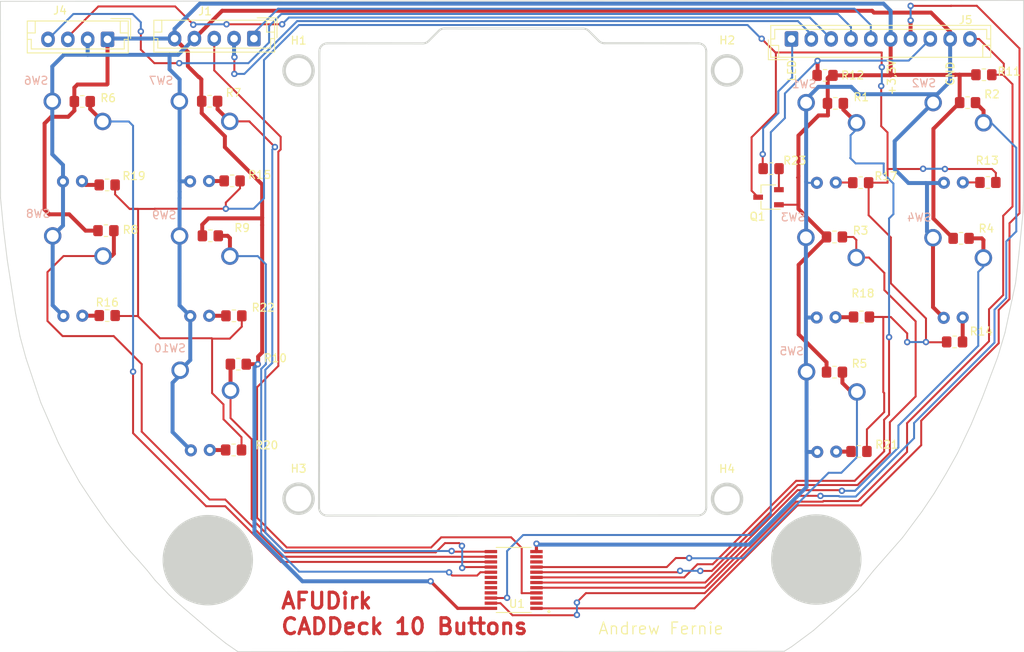
<source format=kicad_pcb>
(kicad_pcb (version 20221018) (generator pcbnew)
  (layers (0 "F.Cu" signal) (31 "B.Cu" signal) (34 "B.Paste" user) (35 "F.Paste" user) (36 "B.SilkS" user "B.Silkscreen") (37 "F.SilkS" user "F.Silkscreen") (38 "B.Mask" user) (39 "F.Mask" user) (44 "Edge.Cuts" user))
  (net 0 "")
  (net 1 "+3.3V")
  (net 2 "GND")
  (net 3 "Net-(J1-Pin_1)")
  (net 4 "Net-(J1-Pin_2)")
  (net 5 "Net-(J1-Pin_3)")
  (net 6 "Net-(J4-Pin_3)")
  (net 7 "Net-(J4-Pin_4)")
  (net 8 "Net-(SW8-Anode_+)")
  (net 9 "Net-(J5-Pin_7)")
  (net 10 "Net-(J5-Pin_8)")
  (net 11 "Net-(J5-Pin_10)")
  (net 12 "Net-(U1-P01)")
  (net 13 "Net-(U1-P03)")
  (net 14 "Net-(U1-P02)")
  (net 15 "Net-(U1-P04)")
  (net 16 "Net-(U1-P05)")
  (net 17 "Net-(U1-P10)")
  (net 18 "Net-(U1-P12)")
  (net 19 "Net-(U1-P14)")
  (net 20 "Net-(U1-P11)")
  (net 21 "Net-(U1-P13)")
  (net 30 "Net-(J5-Pin_1)")
  (net 31 "Net-(SW5-Anode_+)")
  (net 32 "Net-(SW10-Anode_+)")
  (net 33 "Net-(SW2-Anode_+)")
  (net 34 "Net-(SW4-Anode_+)")
  (net 35 "Net-(SW1-Anode_+)")
  (net 36 "Net-(SW3-Anode_+)")
  (net 37 "Net-(SW6-Anode_+)")
  (net 38 "Net-(SW9-Anode_+)")
  (net 39 "Net-(SW7-Anode_+)")
  (net 40 "Net-(Q1-B)")
  (net 41 "Net-(Q1-C)")
  (footprint "Resistor_SMD:R_0805_2012Metric_Pad1.20x1.40mm_HandSolder" (layer "F.Cu") (at 100.7 85.66)
    (fp_text reference "R8")
    (fp_text value "10k")
  )
  (footprint "MountingHole:MountingHole_3.2mm_M3_DIN965" (layer "F.Cu") (at 124.979 119.452)
    (fp_text reference "H3")
    (fp_text value "Bohrung Joy")
  )
  (footprint "Resistor_SMD:R_0805_2012Metric_Pad1.20x1.40mm_HandSolder" (layer "F.Cu") (at 192.522 103.49)
    (fp_text reference "R5")
    (fp_text value "10k")
  )
  (footprint "Resistor_SMD:R_0805_2012Metric_Pad1.20x1.40mm_HandSolder" (layer "F.Cu") (at 192.518 86.455)
    (fp_text reference "R3")
    (fp_text value "10k")
  )
  (footprint "Resistor_SMD:R_0805_2012Metric_Pad1.20x1.40mm_HandSolder" (layer "F.Cu") (at 208.478 86.629)
    (fp_text reference "R4")
    (fp_text value "10k")
  )
  (footprint "Resistor_SMD:R_0805_2012Metric_Pad1.20x1.40mm_HandSolder" (layer "F.Cu") (at 191.33 66.09 180)
    (fp_text reference "R12")
    (fp_text value "10k")
  )
  (footprint "Resistor_SMD:R_0805_2012Metric_Pad1.20x1.40mm_HandSolder" (layer "F.Cu") (at 195.925 96.539)
    (fp_text reference "R18")
    (fp_text value "100")
  )
  (footprint "Resistor_SMD:R_0805_2012Metric_Pad1.20x1.40mm_HandSolder" (layer "F.Cu") (at 211.858 79.586)
    (fp_text reference "R13")
    (fp_text value "100")
  )
  (footprint "Resistor_SMD:R_0805_2012Metric_Pad1.20x1.40mm_HandSolder" (layer "F.Cu") (at 209.298 69.522)
    (fp_text reference "R2")
    (fp_text value "10k")
  )
  (footprint "Resistor_SMD:R_0805_2012Metric_Pad1.20x1.40mm_HandSolder" (layer "F.Cu") (at 100.857 79.896)
    (fp_text reference "R19")
    (fp_text value "100")
  )
  (footprint "Resistor_SMD:R_0805_2012Metric_Pad1.20x1.40mm_HandSolder" (layer "F.Cu") (at 207.66 99.684 180)
    (fp_text reference "R14")
    (fp_text value "100")
  )
  (footprint "Resistor_SMD:R_0805_2012Metric_Pad1.20x1.40mm_HandSolder" (layer "F.Cu") (at 195.825 79.614)
    (fp_text reference "R17")
    (fp_text value "100")
  )
  (footprint "MountingHole:MountingHole_3.2mm_M3_DIN965" (layer "F.Cu") (at 178.998 65.465)
    (fp_text reference "H2")
    (fp_text value "Bohrung Joy")
  )
  (footprint "Resistor_SMD:R_0805_2012Metric_Pad1.20x1.40mm_HandSolder" (layer "F.Cu") (at 117.387 102.489 180)
    (fp_text reference "R10")
    (fp_text value "10k")
  )
  (footprint "Resistor_SMD:R_0805_2012Metric_Pad1.20x1.40mm_HandSolder" (layer "F.Cu") (at 113.774 69.351)
    (fp_text reference "R7")
    (fp_text value "10k")
  )
  (footprint "Resistor_SMD:R_0805_2012Metric_Pad1.20x1.40mm_HandSolder" (layer "F.Cu") (at 97.72 69.379)
    (fp_text reference "R6")
    (fp_text value "10k")
  )
  (footprint "PCF8575:SOP65P640X120-24N" (layer "F.Cu") (at 152.09 129.685 180)
    (fp_text reference "U1")
    (fp_text value "PCF8575PWE4")
  )
  (footprint "Connector_JST:JST_EH_B5B-EH-A_1x05_P2.50mm_Vertical" (layer "F.Cu") (at 119.35 61.45 180)
    (fp_text reference "J1")
    (fp_text value "Conn_01x05_Socket" hide)
  )
  (footprint "MountingHole:MountingHole_3.2mm_M3_DIN965" (layer "F.Cu") (at 124.982 65.494)
    (fp_text reference "H1")
    (fp_text value "Bohrung Joy")
  )
  (footprint "Connector_JST:JST_EH_B4B-EH-A_1x04_P2.50mm_Vertical" (layer "F.Cu") (at 100.9 61.55 180)
    (fp_text reference "J4")
    (fp_text value "Conn_01x04_Socket" hide)
  )
  (footprint "Resistor_SMD:R_0805_2012Metric_Pad1.20x1.40mm_HandSolder" (layer "F.Cu") (at 116.827 96.394)
    (fp_text reference "R22")
    (fp_text value "100")
  )
  (footprint "Resistor_SMD:R_0805_2012Metric_Pad1.20x1.40mm_HandSolder" (layer "F.Cu") (at 184.532 77.846)
    (fp_text reference "R23")
    (fp_text value "1k")
  )
  (footprint "Resistor_SMD:R_0805_2012Metric_Pad1.20x1.40mm_HandSolder" (layer "F.Cu") (at 116.605 79.386)
    (fp_text reference "R15")
    (fp_text value "100")
  )
  (footprint "Resistor_SMD:R_0805_2012Metric_Pad1.20x1.40mm_HandSolder" (layer "F.Cu") (at 195.61 113.49)
    (fp_text reference "R21")
    (fp_text value "100")
  )
  (footprint "Resistor_SMD:R_0805_2012Metric_Pad1.20x1.40mm_HandSolder" (layer "F.Cu") (at 192.638 69.621)
    (fp_text reference "R1")
    (fp_text value "10k")
  )
  (footprint "MountingHole:MountingHole_3.2mm_M3_DIN965" (layer "F.Cu") (at 178.978 119.484)
    (fp_text reference "H4")
    (fp_text value "Bohrung Joy")
  )
  (footprint "Connector_JST:JST_EH_B10B-EH-A_1x10_P2.50mm_Vertical" (layer "F.Cu") (at 187.1 61.5)
    (fp_text reference "J5")
    (fp_text value "Conn_01x10_Socket" hide)
  )
  (footprint "Resistor_SMD:R_0805_2012Metric_Pad1.20x1.40mm_HandSolder" (layer "F.Cu") (at 116.79 113.3)
    (fp_text reference "R20")
    (fp_text value "100")
  )
  (footprint "Package_TO_SOT_SMD:TSOT-23" (layer "F.Cu") (at 184.207 81.444 180)
    (fp_text reference "Q1")
    (fp_text value "2N2222")
  )
  (footprint "Resistor_SMD:R_0805_2012Metric_Pad1.20x1.40mm_HandSolder" (layer "F.Cu") (at 100.864 96.361)
    (fp_text reference "R16")
    (fp_text value "100")
  )
  (footprint "Resistor_SMD:R_0805_2012Metric_Pad1.20x1.40mm_HandSolder" (layer "F.Cu") (at 113.861 86.311)
    (fp_text reference "R9")
    (fp_text value "10k")
  )
  (footprint "Resistor_SMD:R_0805_2012Metric_Pad1.20x1.40mm_HandSolder" (layer "F.Cu") (at 211.35 66.01)
    (fp_text reference "R11")
    (fp_text value "10k")
  )
  (footprint "Cherry_MX_LED:Cherry_MX_LED" (layer "B.Cu") (at 109.956 69.347 180)
    (fp_text reference "SW7")
    (fp_text value "SW_Push")
  )
  (footprint "Cherry_MX_LED:Cherry_MX_LED" (layer "B.Cu") (at 204.96 69.52 180)
    (fp_text reference "SW2")
    (fp_text value "SW_Push")
  )
  (footprint "Cherry_MX_LED:Cherry_MX_LED" (layer "B.Cu") (at 109.98 86.33 180)
    (fp_text reference "SW9")
    (fp_text value "SW_Push")
  )
  (footprint "Cherry_MX_LED:Cherry_MX_LED" (layer "B.Cu") (at 93.94 69.36 180)
    (fp_text reference "SW6")
    (fp_text value "SW_Push")
  )
  (footprint "Cherry_MX_LED:Cherry_MX_LED" (layer "B.Cu") (at 204.94 86.55 180)
    (fp_text reference "SW4")
    (fp_text value "SW_Push")
  )
  (footprint "Cherry_MX_LED:Cherry_MX_LED" (layer "B.Cu") (at 189.003 103.45 180)
    (fp_text reference "SW5")
    (fp_text value "SW_Push")
  )
  (footprint "Cherry_MX_LED:Cherry_MX_LED" (layer "B.Cu") (at 110.055 103.249 180)
    (fp_text reference "SW10")
    (fp_text value "SW_Push")
  )
  (footprint "Cherry_MX_LED:Cherry_MX_LED" (layer "B.Cu") (at 188.92 86.51 180)
    (fp_text reference "SW3")
    (fp_text value "SW_Push")
  )
  (footprint "Cherry_MX_LED:Cherry_MX_LED" (layer "B.Cu") (at 188.95 69.53 180)
    (fp_text reference "SW1")
    (fp_text value "SW_Push")
  )
  (footprint "Cherry_MX_LED:Cherry_MX_LED" (layer "B.Cu") (at 93.99 86.32 180)
    (fp_text reference "SW8")
    (fp_text value "SW_Push")
  )
  (gr_line (start 106.92 129.75) (end 108.7 131.6) (stroke (width 0.1)) (layer "Edge.Cuts"))
  (gr_line (start 209.75 110.08) (end 210.43 108.44) (stroke (width 0.1)) (layer "Edge.Cuts"))
  (gr_line (start 87.79 85.43) (end 88.27 89.39) (stroke (width 0.1)) (layer "Edge.Cuts"))
  (gr_line (start 127.599328 63.05007) (end 127.560673 120.568918) (stroke (width 0.25)) (layer "Edge.Cuts"))
  (gr_line (start 197.42 128.54) (end 195.51 130.93) (stroke (width 0.1)) (layer "Edge.Cuts"))
  (gr_line (start 162.817419 61.747419) (end 161.55244 60.48244) (stroke (width 0.25)) (layer "Edge.Cuts"))
  (gr_line (start 214.61 95.72) (end 215.34 92.29) (stroke (width 0.1)) (layer "Edge.Cuts"))
  (gr_circle (center 190.228 127.109) (end 195.728 127.109) (stroke (width 0.4)) (fill solid) (layer "Edge.Cuts"))
  (gr_circle (center 178.98 65.46) (end 180.98 65.46) (stroke (width 0.1)) (fill solid) (layer "Edge.Cuts"))
  (gr_line (start 142.666654 60.463346) (end 141.363201 61.766799) (stroke (width 0.25)) (layer "Edge.Cuts"))
  (gr_arc (start 128.561083 121.56959) (mid 127.853474 121.276604) (end 127.560673 120.568918) (stroke (width 0.25)) (layer "Edge.Cuts"))
  (gr_line (start 212.58 102.96) (end 213.09 101.605) (stroke (width 0.1)) (layer "Edge.Cuts"))
  (gr_line (start 201.11 124.33) (end 203.53 121.08) (stroke (width 0.1)) (layer "Edge.Cuts"))
  (gr_line (start 215.73 88.94) (end 216.29 83.31) (stroke (width 0.1)) (layer "Edge.Cuts"))
  (gr_line (start 112.26 134.72) (end 114.02 136.24) (stroke (width 0.1)) (layer "Edge.Cuts"))
  (gr_line (start 210.43 108.44) (end 211.12 106.8) (stroke (width 0.1)) (layer "Edge.Cuts"))
  (gr_line (start 92.49 107.33) (end 94.71 112.41) (stroke (width 0.1)) (layer "Edge.Cuts"))
  (gr_line (start 89.31 96.07) (end 89.88 99.01) (stroke (width 0.1)) (layer "Edge.Cuts"))
  (gr_circle (center 124.98 65.473852) (end 126.98 65.473852) (stroke (width 0.1)) (fill solid) (layer "Edge.Cuts"))
  (gr_line (start 216.36 56.64) (end 87.4 56.76) (stroke (width 0.1)) (layer "Edge.Cuts"))
  (gr_line (start 206.6 116.26) (end 208.03 113.7) (stroke (width 0.1)) (layer "Edge.Cuts"))
  (gr_arc (start 175.360755 62.049246) (mid 176.067358 62.342409) (end 176.36 63.049246) (stroke (width 0.25)) (layer "Edge.Cuts"))
  (gr_line (start 87.4 56.76) (end 87.42 81.54) (stroke (width 0.1)) (layer "Edge.Cuts"))
  (gr_line (start 105.92 128.5) (end 106.92 129.75) (stroke (width 0.1)) (layer "Edge.Cuts"))
  (gr_line (start 87.42 81.54) (end 87.79 85.43) (stroke (width 0.1)) (layer "Edge.Cuts"))
  (gr_line (start 108.7 131.6) (end 110.54 133.25) (stroke (width 0.1)) (layer "Edge.Cuts"))
  (gr_line (start 115.81 137.67) (end 117.2 138.63) (stroke (width 0.1)) (layer "Edge.Cuts"))
  (gr_line (start 117.34 138.72) (end 186.19 138.67) (stroke (width 0.1)) (layer "Edge.Cuts"))
  (gr_line (start 94.71 112.41) (end 95.82 114.57) (stroke (width 0.1)) (layer "Edge.Cuts"))
  (gr_line (start 192.32 133.88) (end 189.86 136.06) (stroke (width 0.1)) (layer "Edge.Cuts"))
  (gr_line (start 215.34 92.29) (end 215.73 88.94) (stroke (width 0.1)) (layer "Edge.Cuts"))
  (gr_line (start 98.75 119.43) (end 100.77 122.35) (stroke (width 0.1)) (layer "Edge.Cuts"))
  (gr_circle (center 124.98 119.443852) (end 126.98 119.443852) (stroke (width 0.1)) (fill solid) (layer "Edge.Cuts"))
  (gr_line (start 90.62 101.73) (end 92.49 107.33) (stroke (width 0.1)) (layer "Edge.Cuts"))
  (gr_line (start 140.655352 62.059692) (end 128.60007 62.050742) (stroke (width 0.25)) (layer "Edge.Cuts"))
  (gr_line (start 216.36 81.22) (end 216.36 56.64) (stroke (width 0.1)) (layer "Edge.Cuts"))
  (gr_line (start 100.77 122.35) (end 102.9 125.04) (stroke (width 0.1)) (layer "Edge.Cuts"))
  (gr_line (start 214.01 98.52) (end 213.09 101.605) (stroke (width 0.1)) (layer "Edge.Cuts"))
  (gr_line (start 97.37 117.34) (end 98.75 119.43) (stroke (width 0.1)) (layer "Edge.Cuts"))
  (gr_line (start 214.01 98.52) (end 214.61 95.72) (stroke (width 0.1)) (layer "Edge.Cuts"))
  (gr_line (start 216.29 83.31) (end 216.36 81.22) (stroke (width 0.1)) (layer "Edge.Cuts"))
  (gr_line (start 195.51 130.93) (end 192.32 133.88) (stroke (width 0.1)) (layer "Edge.Cuts"))
  (gr_line (start 110.54 133.25) (end 112.26 134.72) (stroke (width 0.1)) (layer "Edge.Cuts"))
  (gr_line (start 89.88 99.01) (end 90.62 101.73) (stroke (width 0.1)) (layer "Edge.Cuts"))
  (gr_line (start 197.42 128.54) (end 201.11 124.33) (stroke (width 0.1)) (layer "Edge.Cuts"))
  (gr_line (start 128.561083 121.56959) (end 175.36041 121.55041) (stroke (width 0.25)) (layer "Edge.Cuts"))
  (gr_line (start 95.82 114.57) (end 97.37 117.34) (stroke (width 0.1)) (layer "Edge.Cuts"))
  (gr_arc (start 127.599328 63.05007) (mid 127.892708 62.343118) (end 128.60007 62.050742) (stroke (width 0.25)) (layer "Edge.Cuts"))
  (gr_arc (start 160.846427 60.189548) (mid 161.228512 60.265891) (end 161.55244 60.48244) (stroke (width 0.25)) (layer "Edge.Cuts"))
  (gr_line (start 208.03 113.7) (end 209.75 110.08) (stroke (width 0.1)) (layer "Edge.Cuts"))
  (gr_circle (center 113.54 127.19) (end 119.04 127.19) (stroke (width 0.4)) (fill solid) (layer "Edge.Cuts"))
  (gr_arc (start 163.523771 62.040312) (mid 163.141488 61.964056) (end 162.817419 61.747419) (stroke (width 0.25)) (layer "Edge.Cuts"))
  (gr_arc (start 176.36 120.55041) (mid 176.067252 121.257372) (end 175.36041 121.55041) (stroke (width 0.25)) (layer "Edge.Cuts"))
  (gr_line (start 211.12 106.8) (end 212.58 102.96) (stroke (width 0.1)) (layer "Edge.Cuts"))
  (gr_line (start 203.53 121.08) (end 205.06 118.81) (stroke (width 0.1)) (layer "Edge.Cuts"))
  (gr_line (start 205.06 118.81) (end 206.6 116.26) (stroke (width 0.1)) (layer "Edge.Cuts"))
  (gr_line (start 104.83 127.25) (end 105.92 128.5) (stroke (width 0.1)) (layer "Edge.Cuts"))
  (gr_line (start 103.8 126.12) (end 104.83 127.25) (stroke (width 0.1)) (layer "Edge.Cuts"))
  (gr_line (start 176.36 120.55041) (end 176.36 63.049246) (stroke (width 0.25)) (layer "Edge.Cuts"))
  (gr_line (start 175.360755 62.049246) (end 163.523771 62.040312) (stroke (width 0.25)) (layer "Edge.Cuts"))
  (gr_line (start 117.2 138.63) (end 117.34 138.72) (stroke (width 0.1)) (layer "Edge.Cuts"))
  (gr_arc (start 141.363201 61.766799) (mid 141.038435 61.983714) (end 140.655352 62.059692) (stroke (width 0.25)) (layer "Edge.Cuts"))
  (gr_line (start 160.846427 60.189548) (end 143.374854 60.170453) (stroke (width 0.25)) (layer "Edge.Cuts"))
  (gr_line (start 114.02 136.24) (end 115.81 137.67) (stroke (width 0.1)) (layer "Edge.Cuts"))
  (gr_line (start 88.27 89.39) (end 89.31 96.07) (stroke (width 0.1)) (layer "Edge.Cuts"))
  (gr_circle (center 178.98 119.463852) (end 180.98 119.463852) (stroke (width 0.1)) (fill solid) (layer "Edge.Cuts"))
  (gr_line (start 102.9 125.04) (end 103.8 126.12) (stroke (width 0.1)) (layer "Edge.Cuts"))
  (gr_line (start 187.11 138.1) (end 186.19 138.67) (stroke (width 0.1)) (layer "Edge.Cuts"))
  (gr_line (start 189.86 136.06) (end 187.11 138.1) (stroke (width 0.1)) (layer "Edge.Cuts"))
  (gr_arc (start 142.666654 60.463346) (mid 142.991582 60.246364) (end 143.374854 60.170453) (stroke (width 0.25)) (layer "Edge.Cuts"))
  (gr_text "AFUDirk\nCADDeck 10 Buttons" (at 122.58 136.713) (layer "F.Cu") (effects (font (size 2 2) (thickness 0.4) bold) (justify left bottom)))
  (gr_text "Andrew Fernie" (at 162.665 136.672) (layer "F.SilkS") (effects (font (size 1.5 1.5)) (justify left bottom)))
  (gr_text "LED" (at 187.734 66.936 90) (layer "F.SilkS") (effects (font (size 1 1)) (justify left bottom)))
  (gr_text "+3,3V" (at 200.309 68.698 90) (layer "F.SilkS") (effects (font (size 1 1)) (justify left bottom)))
  (gr_text "GND" (at 207.704 67.496 90) (layer "F.SilkS") (effects (font (size 1 1)) (justify left bottom)))
  (segment (start 119.885 102.442) (end 119.885 101.665) (width 0.5) (layer "F.Cu") (net 1))
  (segment (start 208.274 66.01) (end 210.35 66.01) (width 0.5) (layer "F.Cu") (net 1))
  (segment (start 93.81 71.31) (end 95.947 71.31) (width 0.5) (layer "F.Cu") (net 1))
  (segment (start 120.391 84.026) (end 120.307 84.11) (width 0.5) (layer "F.Cu") (net 1))
  (segment (start 111.025 64.850305) (end 111.025 64.935) (width 0.25) (layer "F.Cu") (net 1))
  (segment (start 187.98 82.917) (end 187.98 82.384) (width 0.5) (layer "F.Cu") (net 1))
  (segment (start 112.84 84.9) (end 112.84 86.29) (width 0.5) (layer "F.Cu") (net 1))
  (segment (start 199.6 66.073) (end 199.604 66.077) (width 0.5) (layer "F.Cu") (net 1))
  (segment (start 113.63 84.11) (end 112.84 84.9) (width 0.5) (layer "F.Cu") (net 1))
  (segment (start 112.43 66.29) (end 112.724 66.584) (width 0.5) (layer "F.Cu") (net 1))
  (segment (start 120.391 79.841) (end 115.692 75.142) (width 0.5) (layer "F.Cu") (net 1))
  (segment (start 187.98 82.384) (end 187.98 78.786) (width 0.5) (layer "F.Cu") (net 1))
  (segment (start 119.873 101.523) (end 120.391 101.005) (width 0.5) (layer "F.Cu") (net 1))
  (segment (start 92.97 72.15) (end 93.81 71.31) (width 0.5) (layer "F.Cu") (net 1))
  (segment (start 192.33 66.09) (end 195.01 66.09) (width 0.5) (layer "F.Cu") (net 1))
  (segment (start 145.03 133.26) (end 148.432389 133.26) (width 0.4) (layer "F.Cu") (net 1))
  (segment (start 111.025 64.935) (end 112.38 66.29) (width 0.5) (layer "F.Cu") (net 1))
  (segment (start 207.74 66.01) (end 208.274 66.01) (width 0.5) (layer "F.Cu") (net 1))
  (segment (start 100.83 67.24) (end 97.113 67.24) (width 0.5) (layer "F.Cu") (net 1))
  (segment (start 96.07 83.6) (end 93.57 83.6) (width 0.5) (layer "F.Cu") (net 1))
  (segment (start 192.33 66.09) (end 192.002 66.09) (width 0.5) (layer "F.Cu") (net 1))
  (segment (start 199.6 61.5) (end 199.6 66.073) (width 0.5) (layer "F.Cu") (net 1))
  (segment (start 199.6 66.073) (end 195.027 66.073) (width 0.5) (layer "F.Cu") (net 1))
  (segment (start 112.724 69.301) (end 112.774 69.351) (width 0.5) (layer "F.Cu") (net 1))
  (segment (start 195.027 66.073) (end 195.02 66.08) (width 0.5) (layer "F.Cu") (net 1))
  (segment (start 115.692 75.142) (end 115.692 73.772) (width 0.5) (layer "F.Cu") (net 1))
  (segment (start 112.724 66.584) (end 112.724 69.301) (width 0.5) (layer "F.Cu") (net 1))
  (segment (start 93.57 83.6) (end 92.97 83) (width 0.5) (layer "F.Cu") (net 1))
  (segment (start 187.98 78.786) (end 187.98 73.678) (width 0.5) (layer "F.Cu") (net 1))
  (segment (start 191.522 102.254) (end 191.522 103.49) (width 0.5) (layer "F.Cu") (net 1))
  (segment (start 207.74 66.01) (end 207.72 66.03) (width 0.5) (layer "F.Cu") (net 1))
  (segment (start 148.432389 133.26) (end 149.22 133.26) (width 0.25) (layer "F.Cu") (net 1))
  (segment (start 100.9 67.17) (end 100.83 67.24) (width 0.5) (layer "F.Cu") (net 1))
  (segment (start 191.518 86.455) (end 187.98 82.917) (width 0.5) (layer "F.Cu") (net 1))
  (segment (start 100.9 61.55) (end 100.9 67.17) (width 0.5) (layer "F.Cu") (net 1))
  (segment (start 111.025 64.850305) (end 111 64.875305) (width 0.25) (layer "F.Cu") (net 1))
  (segment (start 120.391 84.951) (end 120.391 84.026) (width 0.5) (layer "F.Cu") (net 1))
  (segment (start 188.01 98.742) (end 191.522 102.254) (width 0.5) (layer "F.Cu") (net 1))
  (segment (start 187.97 82.394) (end 187.98 82.384) (width 0.25) (layer "F.Cu") (net 1))
  (segment (start 120.307 84.11) (end 113.63 84.11) (width 0.5) (layer "F.Cu") (net 1))
  (segment (start 92.97 83) (end 92.97 72.15) (width 0.5) (layer "F.Cu") (net 1))
  (segment (start 96.723 70.534) (end 96.72 70.531) (width 0.5) (layer "F.Cu") (net 1))
  (segment (start 97.113 67.24) (end 96.72 67.633) (width 0.5) (layer "F.Cu") (net 1))
  (segment (start 204.99 72.83) (end 208.298 69.522) (width 0.5) (layer "F.Cu") (net 1))
  (segment (start 187.794 78.972) (end 187.98 78.786) (width 0.25) (layer "F.Cu") (net 1))
  (segment (start 96.72 67.633) (end 96.72 69.379) (width 0.5) (layer "F.Cu") (net 1))
  (segment (start 95.947 71.31) (end 96.723 70.534) (width 0.5) (layer "F.Cu") (net 1))
  (segment (start 120.391 101.005) (end 120.391 84.951) (width 0.5) (layer "F.Cu") (net 1))
  (segment (start 191.7 69.683) (end 191.638 69.621) (width 0.5) (layer "F.Cu") (net 1))
  (segment (start 115.692 73.772) (end 112.774 70.854) (width 0.5) (layer "F.Cu") (net 1))
  (segment (start 141.62 129.85) (end 145.03 133.26) (width 0.4) (layer "F.Cu") (net 1))
  (segment (start 191.7 71.136) (end 191.7 69.683) (width 0.5) (layer "F.Cu") (net 1))
  (segment (start 192.002 66.09) (end 191.671 66.421) (width 0.5) (layer "F.Cu") (net 1))
  (segment (start 119.838 102.489) (end 119.885 102.442) (width 0.25) (layer "F.Cu") (net 1))
  (segment (start 191.518 86.455) (end 188.01 89.963) (width 0.5) (layer "F.Cu") (net 1))
  (segment (start 208.298 69.522) (end 208.298 66.034) (width 0.5) (layer "F.Cu") (net 1))
  (segment (start 185.517 82.394) (end 187.97 82.394) (width 0.25) (layer "F.Cu") (net 1))
  (segment (start 98.13 85.66) (end 99.7 85.66) (width 0.5) (layer "F.Cu") (net 1))
  (segment (start 120.391 84.026) (end 120.391 79.841) (width 0.5) (layer "F.Cu") (net 1))
  (segment (start 195.01 66.09) (end 195.02 66.08) (width 0.25) (layer "F.Cu") (net 1))
  (segment (start 204.99 84.141) (end 204.99 72.83) (width 0.5) (layer "F.Cu") (net 1))
  (segment (start 199.651 66.03) (end 199.604 66.077) (width 0.5) (layer "F.Cu") (net 1))
  (segment (start 191.671 69.588) (end 191.638 69.621) (width 0.5) (layer "F.Cu") (net 1))
  (segment (start 188.01 89.963) (end 188.01 98.742) (width 0.5) (layer "F.Cu") (net 1))
  (segment (start 207.478 86.629) (end 204.99 84.141) (width 0.5) (layer "F.Cu") (net 1))
  (segment (start 112.774 70.854) (end 112.774 69.351) (width 0.5) (layer "F.Cu") (net 1))
  (segment (start 208.298 66.034) (end 208.274 66.01) (width 0.5) (layer "F.Cu") (net 1))
  (segment (start 96.72 70.531) (end 96.72 69.379) (width 0.5) (layer "F.Cu") (net 1))
  (segment (start 118.387 102.489) (end 119.838 102.489) (width 0.5) (layer "F.Cu") (net 1))
  (segment (start 111.025 63.125) (end 111.025 64.850305) (width 0.5) (layer "F.Cu") (net 1))
  (segment (start 112.84 86.29) (end 112.861 86.311) (width 0.5) (layer "F.Cu") (net 1))
  (segment (start 112.38 66.29) (end 112.43 66.29) (width 0.5) (layer "F.Cu") (net 1))
  (segment (start 187.98 73.678) (end 190.522 71.136) (width 0.5) (layer "F.Cu") (net 1))
  (segment (start 109.35 61.45) (end 111.025 63.125) (width 0.5) (layer "F.Cu") (net 1))
  (segment (start 96.07 83.6) (end 98.13 85.66) (width 0.5) (layer "F.Cu") (net 1))
  (segment (start 190.522 71.136) (end 191.7 71.136) (width 0.5) (layer "F.Cu") (net 1))
  (segment (start 207.72 66.03) (end 199.651 66.03) (width 0.5) (layer "F.Cu") (net 1))
  (segment (start 191.671 66.421) (end 191.671 69.588) (width 0.5) (layer "F.Cu") (net 1))
  (via (at 119.838 102.489) (size 0.8) (drill 0.4) (layers "F.Cu" "B.Cu") (net 1))
  (via (at 141.62 129.85) (size 0.8) (drill 0.4) (layers "F.Cu" "B.Cu") (net 1))
  (segment (start 101 61.45) (end 109.35 61.45) (width 0.5) (layer "B.Cu") (net 1))
  (segment (start 198.7 57.05) (end 199.6 57.95) (width 0.5) (layer "B.Cu") (net 1))
  (segment (start 125.47 129.85) (end 119.42 123.8) (width 0.5) (layer "B.Cu") (net 1))
  (segment (start 119.42 102.907) (end 119.838 102.489) (width 0.5) (layer "B.Cu") (net 1))
  (segment (start 199.6 57.95) (end 199.6 61.5) (width 0.5) (layer "B.Cu") (net 1))
  (segment (start 109.35 60.23) (end 112.53 57.05) (width 0.5) (layer "B.Cu") (net 1))
  (segment (start 112.53 57.05) (end 198.7 57.05) (width 0.5) (layer "B.Cu") (net 1))
  (segment (start 100.9 61.55) (end 101 61.45) (width 0.25) (layer "B.Cu") (net 1))
  (segment (start 141.62 129.85) (end 125.47 129.85) (width 0.5) (layer "B.Cu") (net 1))
  (segment (start 119.42 123.8) (end 119.42 102.907) (width 0.5) (layer "B.Cu") (net 1))
  (segment (start 109.35 61.45) (end 109.35 60.23) (width 0.5) (layer "B.Cu") (net 1))
  (segment (start 197.5 58.18) (end 204.69 58.18) (width 0.5) (layer "F.Cu") (net 2))
  (segment (start 154.97 125.11) (end 154.96 125.12) (width 0.25) (layer "F.Cu") (net 2))
  (segment (start 204.69 58.18) (end 207.1 60.59) (width 0.5) (layer "F.Cu") (net 2))
  (segment (start 154.96 125.12) (end 154.96 126.11) (width 0.4) (layer "F.Cu") (net 2))
  (segment (start 111.85 61.45) (end 115.35 57.95) (width 0.5) (layer "F.Cu") (net 2))
  (segment (start 204.94 86.55) (end 204.94 95.3) (width 0.5) (layer "F.Cu") (net 2))
  (segment (start 197.27 57.95) (end 197.5 58.18) (width 0.5) (layer "F.Cu") (net 2))
  (segment (start 204.94 95.3) (end 206.29 96.65) (width 0.5) (layer "F.Cu") (net 2))
  (segment (start 115.35 57.95) (end 197.27 57.95) (width 0.5) (layer "F.Cu") (net 2))
  (segment (start 207.1 60.59) (end 207.1 61.5) (width 0.5) (layer "F.Cu") (net 2))
  (via (at 154.97 125.11) (size 0.8) (drill 0.4) (layers "F.Cu" "B.Cu") (net 2))
  (segment (start 200.11 77.92) (end 201.85 79.66) (width 0.5) (layer "B.Cu") (net 2))
  (segment (start 188.95 79.51) (end 188.95 86.48) (width 0.5) (layer "B.Cu") (net 2))
  (segment (start 207.1 61.5) (end 207.1 66.838) (width 0.5) (layer "B.Cu") (net 2))
  (segment (start 95.29 79.46) (end 95.29 85.02) (width 0.5) (layer "B.Cu") (net 2))
  (segment (start 110.055 103.875) (end 109.1 104.83) (width 0.5) (layer "B.Cu") (net 2))
  (segment (start 200.11 74.37) (end 200.11 77.92) (width 0.5) (layer "B.Cu") (net 2))
  (segment (start 111.85 61.45) (end 109.8 63.5) (width 0.5) (layer "B.Cu") (net 2))
  (segment (start 155.09 125.23) (end 181.736 125.23) (width 0.5) (layer "B.Cu") (net 2))
  (segment (start 98.4 61.55) (end 98.4 63.49) (width 0.5) (layer "B.Cu") (net 2))
  (segment (start 109.988 79.393) (end 109.988 80.748) (width 0.5) (layer "B.Cu") (net 2))
  (segment (start 111.306 79.447) (end 110.042 79.447) (width 0.5) (layer "B.Cu") (net 2))
  (segment (start 108.72 65.33) (end 109.99 66.6) (width 0.5) (layer "B.Cu") (net 2))
  (segment (start 195.562 68.463) (end 205.475 68.463) (width 0.5) (layer "B.Cu") (net 2))
  (segment (start 188.92 103.367) (end 189.003 103.45) (width 0.25) (layer "B.Cu") (net 2))
  (segment (start 190.481 67.533) (end 194.632 67.533) (width 0.5) (layer "B.Cu") (net 2))
  (segment (start 110.042 79.447) (end 109.988 79.393) (width 0.25) (layer "B.Cu") (net 2))
  (segment (start 190.353 113.55) (end 189.073 113.55) (width 0.5) (layer "B.Cu") (net 2))
  (segment (start 93.94 64.96) (end 95.41 63.49) (width 0.5) (layer "B.Cu") (net 2))
  (segment (start 181.736 125.23) (end 189.003 117.963) (width 0.5) (layer "B.Cu") (net 2))
  (segment (start 190.27 96.61) (end 188.99 96.61) (width 0.5) (layer "B.Cu") (net 2))
  (segment (start 109.99 80.75) (end 109.99 81.56) (width 0.5) (layer "B.Cu") (net 2))
  (segment (start 93.99 95.07) (end 93.99 86.32) (width 0.5) (layer "B.Cu") (net 2))
  (segment (start 109.98 95.08) (end 111.33 96.43) (width 0.5) (layer "B.Cu") (net 2))
  (segment (start 95.29 77.384) (end 95.29 79.46) (width 0.5) (layer "B.Cu") (net 2))
  (segment (start 109.988 69.302) (end 109.988 79.393) (width 0.5) (layer "B.Cu") (net 2))
  (segment (start 188.95 69.101) (end 190.481 67.57) (width 0.5) (layer "B.Cu") (net 2))
  (segment (start 95.41 63.49) (end 98.4 63.49) (width 0.5) (layer "B.Cu") (net 2))
  (segment (start 201.85 79.66) (end 204.03 79.66) (width 0.5) (layer "B.Cu") (net 2))
  (segment (start 204.18 85.79) (end 204.94 86.55) (width 0.5) (layer "B.Cu") (net 2))
  (segment (start 189.073 113.55) (end 189.003 113.48) (width 0.25) (layer "B.Cu") (net 2))
  (segment (start 204.03 79.66) (end 204.18 79.81) (width 0.5) (layer "B.Cu") (net 2))
  (segment (start 98.41 63.5) (end 108.72 63.5) (width 0.5) (layer "B.Cu") (net 2))
  (segment (start 93.94 76.034) (end 95.29 77.384) (width 0.5) (layer "B.Cu") (net 2))
  (segment (start 109.99 69.3) (end 109.988 69.302) (width 0.5) (layer "B.Cu") (net 2))
  (segment (start 188.99 96.61) (end 188.92 96.68) (width 0.25) (layer "B.Cu") (net 2))
  (segment (start 109.988 80.748) (end 109.99 80.75) (width 0.5) (layer "B.Cu") (net 2))
  (segment (start 93.94 69.36) (end 93.94 76.034) (width 0.5) (layer "B.Cu") (net 2))
  (segment (start 109.1 104.83) (end 109.1 111.044) (width 0.5) (layer "B.Cu") (net 2))
  (segment (start 109.99 66.6) (end 109.99 69.3) (width 0.5) (layer "B.Cu") (net 2))
  (segment (start 188.92 96.68) (end 188.92 103.367) (width 0.5) (layer "B.Cu") (net 2))
  (segment (start 188.95 86.48) (end 188.92 86.51) (width 0.25) (layer "B.Cu") (net 2))
  (segment (start 109.1 111.044) (end 111.405 113.349) (width 0.5) (layer "B.Cu") (net 2))
  (segment (start 205.475 68.463) (end 207.1 66.838) (width 0.5) (layer "B.Cu") (net 2))
  (segment (start 95.29 85.02) (end 93.99 86.32) (width 0.5) (layer "B.Cu") (net 2))
  (segment (start 109.98 86.33) (end 109.98 95.08) (width 0.5) (layer "B.Cu") (net 2))
  (segment (start 188.92 86.51) (end 188.92 96.68) (width 0.5) (layer "B.Cu") (net 2))
  (segment (start 93.94 69.36) (end 93.94 64.96) (width 0.5) (layer "B.Cu") (net 2))
  (segment (start 189.07 79.63) (end 188.95 79.51) (width 0.25) (layer "B.Cu") (net 2))
  (segment (start 204.18 79.81) (end 204.18 85.79) (width 0.5) (layer "B.Cu") (net 2))
  (segment (start 190.481 67.57) (end 190.481 67.533) (width 0.25) (layer "B.Cu") (net 2))
  (segment (start 188.95 69.53) (end 188.95 79.51) (width 0.5) (layer "B.Cu") (net 2))
  (segment (start 204.96 69.52) (end 200.11 74.37) (width 0.5) (layer "B.Cu") (net 2))
  (segment (start 109.8 63.5) (end 108.72 63.5) (width 0.5) (layer "B.Cu") (net 2))
  (segment (start 111.33 101.974) (end 110.055 103.249) (width 0.5) (layer "B.Cu") (net 2))
  (segment (start 111.33 96.43) (end 111.33 101.974) (width 0.5) (layer "B.Cu") (net 2))
  (segment (start 189.003 113.48) (end 189.003 103.45) (width 0.5) (layer "B.Cu") (net 2))
  (segment (start 206.27 79.66) (end 206.31 79.62) (width 0.5) (layer "B.Cu") (net 2))
  (segment (start 154.97 125.11) (end 155.09 125.23) (width 0.25) (layer "B.Cu") (net 2))
  (segment (start 189.003 117.963) (end 189.003 113.48) (width 0.5) (layer "B.Cu") (net 2))
  (segment (start 204.03 79.66) (end 206.27 79.66) (width 0.5) (layer "B.Cu") (net 2))
  (segment (start 110.055 103.249) (end 110.055 103.875) (width 0.5) (layer "B.Cu") (net 2))
  (segment (start 194.632 67.533) (end 195.562 68.463) (width 0.5) (layer "B.Cu") (net 2))
  (segment (start 190.3 79.63) (end 189.07 79.63) (width 0.25) (layer "B.Cu") (net 2))
  (segment (start 109.99 81.56) (end 109.98 81.57) (width 0.5) (layer "B.Cu") (net 2))
  (segment (start 93.99 95.07) (end 95.34 96.42) (width 0.5) (layer "B.Cu") (net 2))
  (segment (start 109.98 81.57) (end 109.98 86.33) (width 0.5) (layer "B.Cu") (net 2))
  (segment (start 108.72 63.5) (end 108.72 65.33) (width 0.5) (layer "B.Cu") (net 2))
  (segment (start 122.396701 57.69) (end 119.35 60.736701) (width 0.25) (layer "B.Cu") (net 3))
  (segment (start 197.1 61.5) (end 197.1 59.75) (width 0.25) (layer "B.Cu") (net 3))
  (segment (start 195.04 57.69) (end 122.396701 57.69) (width 0.25) (layer "B.Cu") (net 3))
  (segment (start 197.1 59.75) (end 195.04 57.69) (width 0.25) (layer "B.Cu") (net 3))
  (segment (start 116.886 65.903) (end 116.886 63.814) (width 0.25) (layer "F.Cu") (net 4))
  (segment (start 116.886 63.814) (end 116.9 63.8) (width 0.25) (layer "F.Cu") (net 4))
  (via (at 116.886 65.903) (size 0.8) (drill 0.4) (layers "F.Cu" "B.Cu") (net 4))
  (via (at 116.9 63.8) (size 0.8) (drill 0.4) (layers "F.Cu" "B.Cu") (net 4))
  (segment (start 118.142 65.903) (end 124.795 59.25) (width 0.25) (layer "B.Cu") (net 4))
  (segment (start 116.886 65.903) (end 118.142 65.903) (width 0.25) (layer "B.Cu") (net 4))
  (segment (start 124.795 59.25) (end 187.914 59.25) (width 0.25) (layer "B.Cu") (net 4))
  (segment (start 189.6 60.936) (end 189.6 61.5) (width 0.25) (layer "B.Cu") (net 4))
  (segment (start 116.85 61.45) (end 116.85 63.75) (width 0.5) (layer "B.Cu") (net 4))
  (segment (start 187.914 59.25) (end 189.6 60.936) (width 0.25) (layer "B.Cu") (net 4))
  (segment (start 116.85 63.75) (end 116.9 63.8) (width 0.25) (layer "B.Cu") (net 4))
  (segment (start 153.1 125.64) (end 153.1 131.35) (width 0.25) (layer "F.Cu") (net 5))
  (segment (start 114.35 61.45) (end 114.35 65.461) (width 0.25) (layer "F.Cu") (net 5))
  (segment (start 142.96 124.31) (end 151.77 124.31) (width 0.25) (layer "F.Cu") (net 5))
  (segment (start 114.35 65.461) (end 122.725 73.836) (width 0.25) (layer "F.Cu") (net 5))
  (segment (start 154.92 131.35) (end 154.96 131.31) (width 0.25) (layer "F.Cu") (net 5))
  (segment (start 122.43 75.715305) (end 122.43 102.71) (width 0.25) (layer "F.Cu") (net 5))
  (segment (start 119.75 121.85) (end 123.49 125.59) (width 0.25) (layer "F.Cu") (net 5))
  (segment (start 141.68 125.59) (end 142.96 124.31) (width 0.25) (layer "F.Cu") (net 5))
  (segment (start 151.77 124.31) (end 153.1 125.64) (width 0.25) (layer "F.Cu") (net 5))
  (segment (start 123.49 125.59) (end 141.68 125.59) (width 0.25) (layer "F.Cu") (net 5))
  (segment (start 122.725 73.836) (end 122.725 75.420305) (width 0.25) (layer "F.Cu") (net 5))
  (segment (start 119.75 105.39) (end 119.75 121.85) (width 0.25) (layer "F.Cu") (net 5))
  (segment (start 122.725 75.420305) (end 122.43 75.715305) (width 0.25) (layer "F.Cu") (net 5))
  (segment (start 122.43 102.71) (end 119.75 105.39) (width 0.25) (layer "F.Cu") (net 5))
  (segment (start 153.1 131.35) (end 154.92 131.35) (width 0.25) (layer "F.Cu") (net 5))
  (segment (start 99.75 57.4) (end 95.9 61.25) (width 0.25) (layer "F.Cu") (net 6))
  (segment (start 122.908 59.65) (end 115.9 59.65) (width 0.25) (layer "F.Cu") (net 6))
  (segment (start 109.43 57.4) (end 99.75 57.4) (width 0.25) (layer "F.Cu") (net 6))
  (segment (start 111.71 59.68) (end 109.43 57.4) (width 0.25) (layer "F.Cu") (net 6))
  (segment (start 111.71 59.71) (end 111.71 59.68) (width 0.25) (layer "F.Cu") (net 6))
  (segment (start 95.9 61.25) (end 95.9 61.55) (width 0.25) (layer "F.Cu") (net 6))
  (via (at 115.9 59.65) (size 0.8) (drill 0.4) (layers "F.Cu" "B.Cu") (net 6))
  (via (at 122.908 59.65) (size 0.8) (drill 0.4) (layers "F.Cu" "B.Cu") (net 6))
  (via (at 111.71 59.71) (size 0.8) (drill 0.4) (layers "F.Cu" "B.Cu") (net 6))
  (segment (start 192.1 61.5) (end 189.4 58.8) (width 0.25) (layer "B.Cu") (net 6))
  (segment (start 122.958 59.6) (end 122.908 59.65) (width 0.25) (layer "B.Cu") (net 6))
  (segment (start 111.71 59.71) (end 111.77 59.65) (width 0.25) (layer "B.Cu") (net 6))
  (segment (start 111.77 59.65) (end 115.9 59.65) (width 0.25) (layer "B.Cu") (net 6))
  (segment (start 189.4 58.8) (end 123.758 58.8) (width 0.25) (layer "B.Cu") (net 6))
  (segment (start 123.758 58.8) (end 122.908 59.65) (width 0.25) (layer "B.Cu") (net 6))
  (segment (start 109.94 64.55) (end 106.8 64.55) (width 0.25) (layer "F.Cu") (net 7))
  (segment (start 105.1 62.85) (end 105.1 60.55) (width 0.25) (layer "F.Cu") (net 7))
  (segment (start 106.8 64.55) (end 105.1 62.85) (width 0.25) (layer "F.Cu") (net 7))
  (via (at 105.1 60.55) (size 0.8) (drill 0.4) (layers "F.Cu" "B.Cu") (net 7))
  (via (at 109.94 64.55) (size 0.8) (drill 0.4) (layers "F.Cu" "B.Cu") (net 7))
  (segment (start 118.657 64.55) (end 121.267 61.94) (width 0.25) (layer "B.Cu") (net 7))
  (segment (start 122.814 58.35) (end 192.95 58.35) (width 0.25) (layer "B.Cu") (net 7))
  (segment (start 192.95 58.35) (end 194.6 60) (width 0.25) (layer "B.Cu") (net 7))
  (segment (start 105.1 59.4) (end 105.1 60.55) (width 0.25) (layer "B.Cu") (net 7))
  (segment (start 93.4 61.55) (end 96.6 58.35) (width 0.25) (layer "B.Cu") (net 7))
  (segment (start 194.6 60) (end 194.6 61.5) (width 0.25) (layer "B.Cu") (net 7))
  (segment (start 121.267 59.897) (end 122.814 58.35) (width 0.25) (layer "B.Cu") (net 7))
  (segment (start 104.05 58.35) (end 105.1 59.4) (width 0.25) (layer "B.Cu") (net 7))
  (segment (start 109.94 64.55) (end 118.657 64.55) (width 0.25) (layer "B.Cu") (net 7))
  (segment (start 96.6 58.35) (end 104.05 58.35) (width 0.25) (layer "B.Cu") (net 7))
  (segment (start 121.267 61.94) (end 121.267 59.897) (width 0.25) (layer "B.Cu") (net 7))
  (segment (start 99.845 96.38) (end 99.864 96.361) (width 0.25) (layer "F.Cu") (net 8))
  (segment (start 97.73 96.38) (end 99.845 96.38) (width 0.5) (layer "F.Cu") (net 8))
  (segment (start 154.96 133.26) (end 174.89 133.26) (width 0.25) (layer "F.Cu") (net 9))
  (segment (start 215.84 83.47) (end 215.84 62.7) (width 0.25) (layer "F.Cu") (net 9))
  (segment (start 213.22 95.64) (end 214.58 94.28) (width 0.25) (layer "F.Cu") (net 9))
  (segment (start 195.864 120.286) (end 203.452 112.698) (width 0.25) (layer "F.Cu") (net 9))
  (segment (start 210.46 57.32) (end 207.226701 57.32) (width 0.25) (layer "F.Cu") (net 9))
  (segment (start 215.84 62.7) (end 210.46 57.32) (width 0.25) (layer "F.Cu") (net 9))
  (segment (start 202.1 61.5) (end 202.12 59.17) (width 0.5) (layer "F.Cu") (net 9))
  (segment (start 214.58 94.28) (end 214.58 84.73) (width 0.25) (layer "F.Cu") (net 9))
  (segment (start 207.216701 57.33) (end 202.12 57.33) (width 0.25) (layer "F.Cu") (net 9))
  (segment (start 213.22 99.85) (end 213.22 95.64) (width 0.25) (layer "F.Cu") (net 9))
  (segment (start 207.226701 57.32) (end 207.216701 57.33) (width 0.25) (layer "F.Cu") (net 9))
  (segment (start 203.452 112.698) (end 203.452 109.618) (width 0.25) (layer "F.Cu") (net 9))
  (segment (start 174.89 133.26) (end 187.864 120.286) (width 0.25) (layer "F.Cu") (net 9))
  (segment (start 203.452 109.618) (end 213.22 99.85) (width 0.25) (layer "F.Cu") (net 9))
  (segment (start 187.864 120.286) (end 195.864 120.286) (width 0.25) (layer "F.Cu") (net 9))
  (segment (start 214.58 84.73) (end 215.84 83.47) (width 0.25) (layer "F.Cu") (net 9))
  (via (at 202.12 59.17) (size 0.8) (drill 0.4) (layers "F.Cu" "B.Cu") (net 9))
  (via (at 202.12 57.33) (size 0.8) (drill 0.4) (layers "F.Cu" "B.Cu") (net 9))
  (segment (start 202.12 59.17) (end 202.12 57.33) (width 0.25) (layer "B.Cu") (net 9))
  (segment (start 151.23 131.96) (end 151.26 131.93) (width 0.25) (layer "F.Cu") (net 10))
  (segment (start 190.39 64.25) (end 190.39 66.03) (width 0.5) (layer "F.Cu") (net 10))
  (segment (start 149.22 131.96) (end 151.23 131.96) (width 0.25) (layer "F.Cu") (net 10))
  (segment (start 190.39 66.03) (end 190.33 66.09) (width 0.25) (layer "F.Cu") (net 10))
  (via (at 190.39 64.25) (size 0.8) (drill 0.4) (layers "F.Cu" "B.Cu") (net 10))
  (via (at 151.26 131.93) (size 0.8) (drill 0.4) (layers "F.Cu" "B.Cu") (net 10))
  (segment (start 184.499 121.485) (end 181.967 124.017) (width 0.25) (layer "B.Cu") (net 10))
  (segment (start 190.41 64.23) (end 201.87 64.23) (width 0.25) (layer "B.Cu") (net 10))
  (segment (start 151.26 126.04) (end 151.26 131.93) (width 0.25) (layer "B.Cu") (net 10))
  (segment (start 181.967 124.017) (end 153.283 124.017) (width 0.25) (layer "B.Cu") (net 10))
  (segment (start 153.283 124.017) (end 151.26 126.04) (width 0.25) (layer "B.Cu") (net 10))
  (segment (start 184.499 73.248) (end 184.499 121.485) (width 0.25) (layer "B.Cu") (net 10))
  (segment (start 190.39 64.25) (end 186.273 68.367) (width 0.25) (layer "B.Cu") (net 10))
  (segment (start 201.87 64.23) (end 204.6 61.5) (width 0.25) (layer "B.Cu") (net 10))
  (segment (start 186.273 71.474) (end 184.499 73.248) (width 0.25) (layer "B.Cu") (net 10))
  (segment (start 186.273 68.367) (end 186.273 71.474) (width 0.25) (layer "B.Cu") (net 10))
  (segment (start 190.39 64.25) (end 190.41 64.23) (width 0.25) (layer "B.Cu") (net 10))
  (segment (start 211.998 95.562) (end 213.785 93.775) (width 0.25) (layer "F.Cu") (net 11))
  (segment (start 160.06 132.5355) (end 160.06 132.48) (width 0.25) (layer "F.Cu") (net 11))
  (segment (start 191.053305 119.8155) (end 191.131805 119.737) (width 0.25) (layer "F.Cu") (net 11))
  (segment (start 151.942 134.132) (end 150.42 132.61) (width 0.25) (layer "F.Cu") (net 11))
  (segment (start 160.06 132.48) (end 161.194 131.346) (width 0.25) (layer "F.Cu") (net 11))
  (segment (start 195.483 119.737) (end 201.671 113.549) (width 0.25) (layer "F.Cu") (net 11))
  (segment (start 214.96 67.21) (end 213.86 66.11) (width 0.25) (layer "F.Cu") (net 11))
  (segment (start 213.785 93.775) (end 213.785 83.785) (width 0.25) (layer "F.Cu") (net 11))
  (segment (start 213.785 83.785) (end 214.96 82.61) (width 0.25) (layer "F.Cu") (net 11))
  (segment (start 191.131805 119.737) (end 195.483 119.737) (width 0.25) (layer "F.Cu") (net 11))
  (segment (start 201.671 109.922) (end 211.998 99.595) (width 0.25) (layer "F.Cu") (net 11))
  (segment (start 201.671 113.549) (end 201.671 109.922) (width 0.25) (layer "F.Cu") (net 11))
  (segment (start 210.74 61.5) (end 209.6 61.5) (width 0.25) (layer "F.Cu") (net 11))
  (segment (start 160.016 134.132) (end 151.942 134.132) (width 0.25) (layer "F.Cu") (net 11))
  (segment (start 211.998 99.595) (end 211.998 95.562) (width 0.25) (layer "F.Cu") (net 11))
  (segment (start 176.167604 131.346) (end 187.698104 119.8155) (width 0.25) (layer "F.Cu") (net 11))
  (segment (start 160.06 134.088) (end 160.016 134.132) (width 0.25) (layer "F.Cu") (net 11))
  (segment (start 213.86 66.11) (end 213.86 64.62) (width 0.25) (layer "F.Cu") (net 11))
  (segment (start 213.86 64.62) (end 210.74 61.5) (width 0.25) (layer "F.Cu") (net 11))
  (segment (start 161.194 131.346) (end 176.167604 131.346) (width 0.25) (layer "F.Cu") (net 11))
  (segment (start 214.96 82.61) (end 214.96 67.21) (width 0.25) (layer "F.Cu") (net 11))
  (segment (start 150.42 132.61) (end 149.22 132.61) (width 0.25) (layer "F.Cu") (net 11))
  (segment (start 212.35 66.01) (end 213.76 66.01) (width 0.25) (layer "F.Cu") (net 11))
  (segment (start 187.698104 119.8155) (end 191.053305 119.8155) (width 0.25) (layer "F.Cu") (net 11))
  (via (at 160.06 132.5355) (size 0.8) (drill 0.4) (layers "F.Cu" "B.Cu") (net 11))
  (via (at 160.06 134.088) (size 0.8) (drill 0.4) (layers "F.Cu" "B.Cu") (net 11))
  (segment (start 160.06 134.088) (end 160.06 132.5355) (width 0.25) (layer "B.Cu") (net 11))
  (segment (start 190.753 119.0905) (end 190.7415 119.079) (width 0.25) (layer "F.Cu") (net 12))
  (segment (start 176.217208 130.66) (end 154.96 130.66) (width 0.25) (layer "F.Cu") (net 12))
  (segment (start 210.298 69.522) (end 211.31 70.534) (width 0.5) (layer "F.Cu") (net 12))
  (segment (start 187.798208 119.079) (end 176.217208 130.66) (width 0.25) (layer "F.Cu") (net 12))
  (segment (start 211.31 70.534) (end 211.31 72.06) (width 0.5) (layer "F.Cu") (net 12))
  (segment (start 190.7415 119.079) (end 187.798208 119.079) (width 0.25) (layer "F.Cu") (net 12))
  (via (at 190.753 119.0905) (size 0.8) (drill 0.4) (layers "F.Cu" "B.Cu") (net 12))
  (segment (start 214.178 94.142) (end 214.178 87.014) (width 0.25) (layer "B.Cu") (net 12))
  (segment (start 212.273 72.06) (end 211.31 72.06) (width 0.25) (layer "B.Cu") (net 12))
  (segment (start 190.753 119.0905) (end 190.7655 119.103) (width 0.25) (layer "B.Cu") (net 12))
  (segment (start 195.1955 119.1725) (end 202.553 111.815) (width 0.25) (layer "B.Cu") (net 12))
  (segment (start 190.7655 119.103) (end 193.087195 119.103) (width 0.25) (layer "B.Cu") (net 12))
  (segment (start 215.436 85.756) (end 215.436 75.223) (width 0.25) (layer "B.Cu") (net 12))
  (segment (start 202.553 109.903) (end 212.69 99.766) (width 0.25) (layer "B.Cu") (net 12))
  (segment (start 193.156695 119.1725) (end 195.1955 119.1725) (width 0.25) (layer "B.Cu") (net 12))
  (segment (start 193.087195 119.103) (end 193.156695 119.1725) (width 0.25) (layer "B.Cu") (net 12))
  (segment (start 215.436 75.223) (end 212.273 72.06) (width 0.25) (layer "B.Cu") (net 12))
  (segment (start 214.178 87.014) (end 215.436 85.756) (width 0.25) (layer "B.Cu") (net 12))
  (segment (start 202.553 111.815) (end 202.553 109.903) (width 0.25) (layer "B.Cu") (net 12))
  (segment (start 212.69 99.766) (end 212.69 95.63) (width 0.25) (layer "B.Cu") (net 12))
  (segment (start 212.69 95.63) (end 214.178 94.142) (width 0.25) (layer "B.Cu") (net 12))
  (segment (start 175.254305 127.701) (end 173.595305 129.36) (width 0.25) (layer "F.Cu") (net 13))
  (segment (start 195.07 117.19) (end 187.69 117.19) (width 0.25) (layer "F.Cu") (net 13))
  (segment (start 198.785 112.523) (end 198.785 113.475) (width 0.25) (layer "F.Cu") (net 13))
  (segment (start 199.4 108.874695) (end 198.775 109.499695) (width 0.25) (layer "F.Cu") (net 13))
  (segment (start 187.69 117.19) (end 177.179 127.701) (width 0.25) (layer "F.Cu") (net 13))
  (segment (start 198.775 109.499695) (end 198.775 112.513) (width 0.25) (layer "F.Cu") (net 13))
  (segment (start 198.775 112.513) (end 198.785 112.523) (width 0.25) (layer "F.Cu") (net 13))
  (segment (start 193.638 69.621) (end 193.638 70.408) (width 0.5) (layer "F.Cu") (net 13))
  (segment (start 193.638 70.408) (end 195.3 72.07) (width 0.5) (layer "F.Cu") (net 13))
  (segment (start 199.4 99.08) (end 199.4 108.874695) (width 0.25) (layer "F.Cu") (net 13))
  (segment (start 173.595305 129.36) (end 154.96 129.36) (width 0.25) (layer "F.Cu") (net 13))
  (segment (start 198.785 113.475) (end 195.07 117.19) (width 0.25) (layer "F.Cu") (net 13))
  (segment (start 177.179 127.701) (end 175.254305 127.701) (width 0.25) (layer "F.Cu") (net 13))
  (via (at 199.4 99.08) (size 0.8) (drill 0.4) (layers "F.Cu" "B.Cu") (net 13))
  (segment (start 195.3 72.07) (end 195.3 72.896) (width 0.25) (layer "B.Cu") (net 13))
  (segment (start 195.3 72.896) (end 194.551 73.645) (width 0.25) (layer "B.Cu") (net 13))
  (segment (start 199.951 79.726) (end 199.951 83.576255) (width 0.25) (layer "B.Cu") (net 13))
  (segment (start 198.725 77.185) (end 198.725 78.5) (width 0.25) (layer "B.Cu") (net 13))
  (segment (start 195.186 77.185) (end 198.725 77.185) (width 0.25) (layer "B.Cu") (net 13))
  (segment (start 199.951 83.576255) (end 199.4 84.127255) (width 0.25) (layer "B.Cu") (net 13))
  (segment (start 194.505 76.504) (end 195.186 77.185) (width 0.25) (layer "B.Cu") (net 13))
  (segment (start 194.551 73.645) (end 194.551 76.458) (width 0.25) (layer "B.Cu") (net 13))
  (segment (start 198.725 78.5) (end 199.951 79.726) (width 0.25) (layer "B.Cu") (net 13))
  (segment (start 194.551 76.458) (end 194.505 76.504) (width 0.25) (layer "B.Cu") (net 13))
  (segment (start 199.4 84.127255) (end 199.4 99.08) (width 0.25) (layer "B.Cu") (net 13))
  (segment (start 209.478 86.629) (end 211.085 86.629) (width 0.5) (layer "F.Cu") (net 14))
  (segment (start 193.3755 118.366) (end 187.874812 118.366) (width 0.25) (layer "F.Cu") (net 14))
  (segment (start 211.311 86.855) (end 211.29 86.876) (width 0.25) (layer "F.Cu") (net 14))
  (segment (start 211.29 86.876) (end 211.29 89.09) (width 0.5) (layer "F.Cu") (net 14))
  (segment (start 187.874812 118.366) (end 176.230812 130.01) (width 0.25) (layer "F.Cu") (net 14))
  (segment (start 211.085 86.629) (end 211.311 86.855) (width 0.5) (layer "F.Cu") (net 14))
  (segment (start 176.230812 130.01) (end 154.96 130.01) (width 0.25) (layer "F.Cu") (net 14))
  (segment (start 193.457 118.4475) (end 193.3755 118.366) (width 0.25) (layer "F.Cu") (net 14))
  (via (at 193.457 118.4475) (size 0.8) (drill 0.4) (layers "F.Cu" "B.Cu") (net 14))
  (segment (start 211.29 90.217) (end 210.642 90.865) (width 0.25) (layer "B.Cu") (net 14))
  (segment (start 210.642 100.165) (end 200.577 110.23) (width 0.25) (layer "B.Cu") (net 14))
  (segment (start 200.577 112.986) (end 195.1155 118.4475) (width 0.25) (layer "B.Cu") (net 14))
  (segment (start 210.642 90.865) (end 210.642 100.165) (width 0.25) (layer "B.Cu") (net 14))
  (segment (start 211.29 89.09) (end 211.29 90.217) (width 0.25) (layer "B.Cu") (net 14))
  (segment (start 195.1155 118.4475) (end 193.457 118.4475) (width 0.25) (layer "B.Cu") (net 14))
  (segment (start 200.577 110.23) (end 200.577 112.986) (width 0.25) (layer "B.Cu") (net 14))
  (segment (start 198.809 93.152) (end 198.809 90.992) (width 0.25) (layer "F.Cu") (net 15))
  (segment (start 199.5 109.8) (end 202.751 106.549) (width 0.25) (layer "F.Cu") (net 15))
  (segment (start 177.059416 128.545) (end 187.881416 117.723) (width 0.25) (layer "F.Cu") (net 15))
  (segment (start 196.867 89.05) (end 195.27 89.05) (width 0.25) (layer "F.Cu") (net 15))
  (segment (start 202.751 97.094) (end 198.809 93.152) (width 0.25) (layer "F.Cu") (net 15))
  (segment (start 193.518 86.455) (end 194.895 86.455) (width 0.25) (layer "F.Cu") (net 15))
  (segment (start 172.889 128.71) (end 154.96 128.71) (width 0.25) (layer "F.Cu") (net 15))
  (segment (start 199.5 113.65) (end 199.5 109.8) (width 0.25) (layer "F.Cu") (net 15))
  (segment (start 202.751 106.549) (end 202.751 97.094) (width 0.25) (layer "F.Cu") (net 15))
  (segment (start 195.27 86.842) (end 195.27 89.05) (width 0.25) (layer "F.Cu") (net 15))
  (segment (start 187.881416 117.723) (end 195.427 117.723) (width 0.25) (layer "F.Cu") (net 15))
  (segment (start 195.427 117.723) (end 199.5 113.65) (width 0.25) (layer "F.Cu") (net 15))
  (segment (start 195.276 86.836) (end 195.27 86.842) (width 0.25) (layer "F.Cu") (net 15))
  (segment (start 175.609 128.545) (end 177.059416 128.545) (width 0.25) (layer "F.Cu") (net 15))
  (segment (start 198.809 90.992) (end 196.867 89.05) (width 0.25) (layer "F.Cu") (net 15))
  (segment (start 194.895 86.455) (end 195.276 86.836) (width 0.25) (layer "F.Cu") (net 15))
  (segment (start 173.067 128.532) (end 172.889 128.71) (width 0.25) (layer "F.Cu") (net 15))
  (via (at 173.067 128.532) (size 0.8) (drill 0.4) (layers "F.Cu" "B.Cu") (net 15))
  (via (at 175.609 128.545) (size 0.8) (drill 0.4) (layers "F.Cu" "B.Cu") (net 15))
  (segment (start 175.596 128.532) (end 173.067 128.532) (width 0.25) (layer "B.Cu") (net 15))
  (segment (start 175.609 128.545) (end 175.596 128.532) (width 0.25) (layer "B.Cu") (net 15))
  (segment (start 171.388 128.06) (end 154.96 128.06) (width 0.25) (layer "F.Cu") (net 16))
  (segment (start 172.528 126.92) (end 171.388 128.06) (width 0.25) (layer "F.Cu") (net 16))
  (segment (start 193.522 104.852) (end 194.66 105.99) (width 0.5) (layer "F.Cu") (net 16))
  (segment (start 193.522 103.49) (end 193.522 104.852) (width 0.5) (layer "F.Cu") (net 16))
  (segment (start 194.66 105.99) (end 195.353 105.99) (width 0.25) (layer "F.Cu") (net 16))
  (segment (start 174.207 126.92) (end 172.528 126.92) (width 0.25) (layer "F.Cu") (net 16))
  (via (at 174.207 126.92) (size 0.8) (drill 0.4) (layers "F.Cu" "B.Cu") (net 16))
  (segment (start 195.353 114.205) (end 195.353 105.99) (width 0.25) (layer "B.Cu") (net 16))
  (segment (start 181.002 126.947) (end 191.772 116.177) (width 0.25) (layer "B.Cu") (net 16))
  (segment (start 174.234 126.947) (end 181.002 126.947) (width 0.25) (layer "B.Cu") (net 16))
  (segment (start 174.207 126.92) (end 174.234 126.947) (width 0.25) (layer "B.Cu") (net 16))
  (segment (start 193.381 116.177) (end 195.353 114.205) (width 0.25) (layer "B.Cu") (net 16))
  (segment (start 191.772 116.177) (end 193.381 116.177) (width 0.25) (layer "B.Cu") (net 16))
  (segment (start 118.777 71.887) (end 116.306 71.887) (width 0.25) (layer "F.Cu") (net 17))
  (segment (start 118.82 71.94) (end 118.82 71.93) (width 0.25) (layer "F.Cu") (net 17))
  (segment (start 118.82 71.93) (end 118.777 71.887) (width 0.25) (layer "F.Cu") (net 17))
  (segment (start 114.774 70.355) (end 116.306 71.887) (width 0.5) (layer "F.Cu") (net 17))
  (segment (start 122 75.12) (end 118.82 71.94) (width 0.25) (layer "F.Cu") (net 17))
  (segment (start 149.21 126.12) (end 149.22 126.11) (width 0.25) (layer "F.Cu") (net 17))
  (segment (start 114.774 69.351) (end 114.774 70.355) (width 0.5) (layer "F.Cu") (net 17))
  (segment (start 144.27 126.0355) (end 144.3545 126.12) (width 0.25) (layer "F.Cu") (net 17))
  (segment (start 144.3545 126.12) (end 149.21 126.12) (width 0.25) (layer "F.Cu") (net 17))
  (via (at 122 75.12) (size 0.8) (drill 0.4) (layers "F.Cu" "B.Cu") (net 17))
  (via (at 144.27 126.0355) (size 0.8) (drill 0.4) (layers "F.Cu" "B.Cu") (net 17))
  (segment (start 144.27 126.0355) (end 123.105069 126.0355) (width 0.25) (layer "B.Cu") (net 17))
  (segment (start 121.67 75.45) (end 122 75.12) (width 0.25) (layer "B.Cu") (net 17))
  (segment (start 121.67 102.318701) (end 121.67 75.45) (width 0.25) (layer "B.Cu") (net 17))
  (segment (start 120.79 103.198701) (end 121.67 102.318701) (width 0.25) (layer "B.Cu") (net 17))
  (segment (start 120.79 123.720431) (end 120.79 103.198701) (width 0.25) (layer "B.Cu") (net 17))
  (segment (start 123.105069 126.0355) (end 120.79 123.720431) (width 0.25) (layer "B.Cu") (net 17))
  (segment (start 113.33 120.39) (end 115.74 120.39) (width 0.25) (layer "F.Cu") (net 18))
  (segment (start 98.72 69.379) (end 98.72 70.33) (width 0.5) (layer "F.Cu") (net 18))
  (segment (start 98.72 70.33) (end 100.29 71.9) (width 0.5) (layer "F.Cu") (net 18))
  (segment (start 115.74 120.39) (end 122.76 127.41) (width 0.25) (layer "F.Cu") (net 18))
  (segment (start 122.76 127.41) (end 149.22 127.41) (width 0.25) (layer "F.Cu") (net 18))
  (segment (start 104.121 103.43) (end 104.121 111.181) (width 0.25) (layer "F.Cu") (net 18))
  (segment (start 104.121 111.181) (end 113.33 120.39) (width 0.25) (layer "F.Cu") (net 18))
  (via (at 104.121 103.43) (size 0.8) (drill 0.4) (layers "F.Cu" "B.Cu") (net 18))
  (segment (start 104.121 72.447) (end 103.574 71.9) (width 0.25) (layer "B.Cu") (net 18))
  (segment (start 103.574 71.9) (end 100.29 71.9) (width 0.25) (layer "B.Cu") (net 18))
  (segment (start 104.121 103.43) (end 104.121 72.447) (width 0.25) (layer "B.Cu") (net 18))
  (segment (start 147.48 129.13) (end 147.9 128.71) (width 0.25) (layer "F.Cu") (net 19))
  (segment (start 147.9 128.71) (end 149.22 128.71) (width 0.25) (layer "F.Cu") (net 19))
  (segment (start 116.042 86.311) (end 116.327 86.596) (width 0.5) (layer "F.Cu") (net 19))
  (segment (start 144.35 129.13) (end 147.48 129.13) (width 0.25) (layer "F.Cu") (net 19))
  (segment (start 114.861 86.311) (end 116.042 86.311) (width 0.5) (layer "F.Cu") (net 19))
  (segment (start 143.95 128.73) (end 144.35 129.13) (width 0.25) (layer "F.Cu") (net 19))
  (segment (start 116.327 86.596) (end 116.327 88.059827) (width 0.5) (layer "F.Cu") (net 19))
  (via (at 143.95 128.73) (size 0.8) (drill 0.4) (layers "F.Cu" "B.Cu") (net 19))
  (segment (start 143.86 128.64) (end 125.073173 128.64) (width 0.25) (layer "B.Cu") (net 19))
  (segment (start 120.27 103.082305) (end 120.857 102.495305) (width 0.25) (layer "B.Cu") (net 19))
  (segment (start 125.073173 128.64) (end 120.27 123.836827) (width 0.25) (layer "B.Cu") (net 19))
  (segment (start 120.857 89.893) (end 119.834 88.87) (width 0.25) (layer "B.Cu") (net 19))
  (segment (start 143.95 128.73) (end 143.86 128.64) (width 0.25) (layer "B.Cu") (net 19))
  (segment (start 120.857 102.495305) (end 120.857 89.893) (width 0.25) (layer "B.Cu") (net 19))
  (segment (start 120.27 123.836827) (end 120.27 103.082305) (width 0.25) (layer "B.Cu") (net 19))
  (segment (start 119.834 88.87) (end 116.33 88.87) (width 0.25) (layer "B.Cu") (net 19))
  (segment (start 93.33 97.04) (end 93.33 90.89) (width 0.25) (layer "F.Cu") (net 20))
  (segment (start 101.7 88.579) (end 101.419 88.86) (width 0.5) (layer "F.Cu") (net 20))
  (segment (start 115.74 119.55) (end 113.77 119.55) (width 0.25) (layer "F.Cu") (net 20))
  (segment (start 105.21 110.99) (end 105.21 102.48) (width 0.25) (layer "F.Cu") (net 20))
  (segment (start 95.36 88.86) (end 100.34 88.86) (width 0.25) (layer "F.Cu") (net 20))
  (segment (start 149.22 126.76) (end 122.95 126.76) (width 0.25) (layer "F.Cu") (net 20))
  (segment (start 122.95 126.76) (end 115.74 119.55) (width 0.25) (layer "F.Cu") (net 20))
  (segment (start 101.419 88.86) (end 100.34 88.86) (width 0.25) (layer "F.Cu") (net 20))
  (segment (start 113.77 119.55) (end 105.21 110.99) (width 0.25) (layer "F.Cu") (net 20))
  (segment (start 105.21 102.48) (end 101.68 98.95) (width 0.25) (layer "F.Cu") (net 20))
  (segment (start 93.33 90.89) (end 95.36 88.86) (width 0.25) (layer "F.Cu") (net 20))
  (segment (start 95.24 98.95) (end 93.33 97.04) (width 0.25) (layer "F.Cu") (net 20))
  (segment (start 101.7 85.66) (end 101.7 88.579) (width 0.5) (layer "F.Cu") (net 20))
  (segment (start 101.68 98.95) (end 95.24 98.95) (width 0.25) (layer "F.Cu") (net 20))
  (segment (start 119.069 121.972604) (end 119.069 111.946) (width 0.25) (layer "F.Cu") (net 21))
  (segment (start 145.57 125.39) (end 145.22 125.04) (width 0.25) (layer "F.Cu") (net 21))
  (segment (start 145.22 125.04) (end 143.43 125.04) (width 0.25) (layer "F.Cu") (net 21))
  (segment (start 116.405 102.507) (end 116.405 105.789) (width 0.5) (layer "F.Cu") (net 21))
  (segment (start 143.43 125.04) (end 142.27 126.2) (width 0.25) (layer "F.Cu") (net 21))
  (segment (start 116.405 109.282) (end 116.405 105.789) (width 0.25) (layer "F.Cu") (net 21))
  (segment (start 123.296396 126.2) (end 119.069 121.972604) (width 0.25) (layer "F.Cu") (net 21))
  (segment (start 145.6 128.1695) (end 145.7095 128.06) (width 0.25) (layer "F.Cu") (net 21))
  (segment (start 116.387 102.489) (end 116.405 102.507) (width 0.25) (layer "F.Cu") (net 21))
  (segment (start 142.27 126.2) (end 123.296396 126.2) (width 0.25) (layer "F.Cu") (net 21))
  (segment (start 145.7095 128.06) (end 149.22 128.06) (width 0.25) (layer "F.Cu") (net 21))
  (segment (start 119.069 111.946) (end 116.405 109.282) (width 0.25) (layer "F.Cu") (net 21))
  (via (at 145.6 128.1695) (size 0.8) (drill 0.4) (layers "F.Cu" "B.Cu") (net 21))
  (via (at 145.57 125.39) (size 0.8) (drill 0.4) (layers "F.Cu" "B.Cu") (net 21))
  (segment (start 145.6 128.1695) (end 145.6 125.42) (width 0.25) (layer "B.Cu") (net 21))
  (segment (start 145.6 125.42) (end 145.57 125.39) (width 0.25) (layer "B.Cu") (net 21))
  (segment (start 187.07 61.47) (end 187.1 61.5) (width 0.25) (layer "F.Cu") (net 30))
  (segment (start 183.47925 77.79325) (end 183.532 77.846) (width 0.25) (layer "F.Cu") (net 30))
  (segment (start 183.47925 76.02225) (end 183.47925 77.79325) (width 0.25) (layer "F.Cu") (net 30))
  (via (at 183.47925 76.02225) (size 0.8) (drill 0.4) (layers "F.Cu" "B.Cu") (net 30))
  (segment (start 187.19 61.59) (end 187.1 61.5) (width 0.25) (layer "B.Cu") (net 30))
  (segment (start 183.527 72.768) (end 185.444 70.851) (width 0.25) (layer "B.Cu") (net 30))
  (segment (start 185.444 68.109) (end 187.19 66.363) (width 0.25) (layer "B.Cu") (net 30))
  (segment (start 183.527 75.9745) (end 183.527 72.768) (width 0.25) (layer "B.Cu") (net 30))
  (segment (start 187.19 66.363) (end 187.19 61.59) (width 0.25) (layer "B.Cu") (net 30))
  (segment (start 183.47925 76.02225) (end 183.527 75.9745) (width 0.25) (layer "B.Cu") (net 30))
  (segment (start 185.444 70.851) (end 185.444 68.109) (width 0.25) (layer "B.Cu") (net 30))
  (segment (start 192.743 113.51) (end 194.59 113.51) (width 0.5) (layer "F.Cu") (net 31))
  (segment (start 194.59 113.51) (end 194.61 113.49) (width 0.25) (layer "F.Cu") (net 31))
  (segment (start 115.781 113.309) (end 115.79 113.3) (width 0.25) (layer "F.Cu") (net 32))
  (segment (start 113.795 113.309) (end 115.781 113.309) (width 0.5) (layer "F.Cu") (net 32))
  (segment (start 208.7 79.58) (end 210.852 79.58) (width 0.25) (layer "F.Cu") (net 33))
  (segment (start 210.852 79.58) (end 210.858 79.586) (width 0.25) (layer "F.Cu") (net 33))
  (segment (start 208.68 96.61) (end 208.68 99.664) (width 0.5) (layer "F.Cu") (net 34))
  (segment (start 208.68 99.664) (end 208.66 99.684) (width 0.25) (layer "F.Cu") (net 34))
  (segment (start 192.69 79.59) (end 194.801 79.59) (width 0.25) (layer "F.Cu") (net 35))
  (segment (start 194.801 79.59) (end 194.825 79.614) (width 0.25) (layer "F.Cu") (net 35))
  (segment (start 194.894 96.57) (end 194.925 96.539) (width 0.25) (layer "F.Cu") (net 36))
  (segment (start 192.66 96.57) (end 194.894 96.57) (width 0.5) (layer "F.Cu") (net 36))
  (segment (start 98.156 79.896) (end 97.68 79.42) (width 0.5) (layer "F.Cu") (net 37))
  (segment (start 99.857 79.896) (end 98.156 79.896) (width 0.5) (layer "F.Cu") (net 37))
  (segment (start 113.72 96.39) (end 115.823 96.39) (width 0.5) (layer "F.Cu") (net 38))
  (segment (start 115.823 96.39) (end 115.827 96.394) (width 0.25) (layer "F.Cu") (net 38))
  (segment (start 113.696 79.407) (end 115.584 79.407) (width 0.5) (layer "F.Cu") (net 39))
  (segment (start 115.584 79.407) (end 115.605 79.386) (width 0.25) (layer "F.Cu") (net 39))
  (segment (start 185.532 77.846) (end 185.517 77.861) (width 0.25) (layer "F.Cu") (net 40))
  (segment (start 185.517 77.861) (end 185.517 80.494) (width 0.25) (layer "F.Cu") (net 40))
  (segment (start 212.867 78.387) (end 212.858 78.396) (width 0.25) (layer "F.Cu") (net 41))
  (segment (start 185.135 70.833) (end 185.135 63.261) (width 0.25) (layer "F.Cu") (net 41))
  (segment (start 117.79 113.3) (end 117.79 111.703) (width 0.25) (layer "F.Cu") (net 41))
  (segment (start 104.752 82.946) (end 104.752 96.394) (width 0.25) (layer "F.Cu") (net 41))
  (segment (start 199.63 86.52) (end 199.63 92.3) (width 0.25) (layer "F.Cu") (net 41))
  (segment (start 198.47 65.03) (end 198.47 63.2) (width 0.25) (layer "F.Cu") (net 41))
  (segment (start 106.837 82.918) (end 106.855 82.9) (width 0.25) (layer "F.Cu") (net 41))
  (segment (start 182.076 80.623) (end 182.076 73.892) (width 0.25) (layer "F.Cu") (net 41))
  (segment (start 198.675 106.014) (end 198.675 96.539) (width 0.25) (layer "F.Cu") (net 41))
  (segment (start 182.076 73.892) (end 185.135 70.833) (width 0.25) (layer "F.Cu") (net 41))
  (segment (start 101.857 81.087) (end 103.688 82.918) (width 0.25) (layer "F.Cu") (net 41))
  (segment (start 104.752 96.394) (end 104.727 96.419) (width 0.25) (layer "F.Cu") (net 41))
  (segment (start 197.922 96.539) (end 196.925 96.539) (width 0.25) (layer "F.Cu") (net 41))
  (segment (start 104.727 96.419) (end 103.705 96.419) (width 0.25) (layer "F.Cu") (net 41))
  (segment (start 201.686 98.608) (end 201.686 99.708) (width 0.25) (layer "F.Cu") (net 41))
  (segment (start 212.858 78.396) (end 212.858 79.586) (width 0.25) (layer "F.Cu") (net 41))
  (segment (start 182.897 81.444) (end 182.076 80.623) (width 0.25) (layer "F.Cu") (net 41))
  (segment (start 115.517 109.43) (end 115.517 107.566) (width 0.25) (layer "F.Cu") (net 41))
  (segment (start 196.61 110.702) (end 198.786 108.526) (width 0.25) (layer "F.Cu") (net 41))
  (segment (start 104.752 96.466) (end 104.752 96.394) (width 0.25) (layer "F.Cu") (net 41))
  (segment (start 206.617 99.727) (end 206.66 99.684) (width 0.25) (layer "F.Cu") (net 41))
  (segment (start 107.506 99.22) (end 104.752 96.466) (width 0.25) (layer "F.Cu") (net 41))
  (segment (start 114.081 99.27) (end 116.309 99.27) (width 0.25) (layer "F.Cu") (net 41))
  (segment (start 199.63 92.3) (end 204.054 96.724) (width 0.25) (layer "F.Cu") (net 41))
  (segment (start 198.786 106.125) (end 198.675 106.014) (width 0.25) (layer "F.Cu") (net 41))
  (segment (start 199.21 73.29) (end 199.21 79.61) (width 0.25) (layer "F.Cu") (net 41))
  (segment (start 116.309 99.27) (end 117.823 97.756) (width 0.25) (layer "F.Cu") (net 41))
  (segment (start 203.66 77.89) (end 203.69 77.86) (width 0.25) (layer "F.Cu") (net 41))
  (segment (start 198.675 96.539) (end 197.922 96.539) (width 0.25) (layer "F.Cu") (net 41))
  (segment (start 196.825 79.614) (end 196.825 83.715) (width 0.25) (layer "F.Cu") (net 41))
  (segment (start 103.725 82.918) (end 106.837 82.918) (width 0.25) (layer "F.Cu") (net 41))
  (segment (start 115.811 82.119) (end 115.811 82.9) (width 0.25) (layer "F.Cu") (net 41))
  (segment (start 104.724 82.918) (end 104.752 82.946) (width 0.25) (layer "F.Cu") (net 41))
  (segment (start 117.605 79.386) (end 117.605 80.325) (width 0.25) (layer "F.Cu") (net 41))
  (segment (start 198.41 72.49) (end 199.21 73.29) (width 0.25) (layer "F.Cu") (net 41))
  (segment (start 103.688 82.918) (end 103.725 82.918) (width 0.25) (layer "F.Cu") (net 41))
  (segment (start 197.922 96.539) (end 199.617 96.539) (width 0.25) (layer "F.Cu") (net 41))
  (segment (start 117.605 80.325) (end 115.811 82.119) (width 0.25) (layer "F.Cu") (net 41))
  (segment (start 115.517 107.566) (end 114.081 106.13) (width 0.25) (layer "F.Cu") (net 41))
  (segment (start 199.617 96.539) (end 201.686 98.608) (width 0.25) (layer "F.Cu") (net 41))
  (segment (start 117.79 111.703) (end 115.517 109.43) (width 0.25) (layer "F.Cu") (net 41))
  (segment (start 103.725 82.918) (end 104.724 82.918) (width 0.25) (layer "F.Cu") (net 41))
  (segment (start 196.825 83.715) (end 199.63 86.52) (width 0.25) (layer "F.Cu") (net 41))
  (segment (start 204.054 96.724) (end 204.054 99.727) (width 0.25) (layer "F.Cu") (net 41))
  (segment (start 204.054 99.727) (end 206.617 99.727) (width 0.25) (layer "F.Cu") (net 41))
  (segment (start 196.61 113.49) (end 196.61 110.702) (width 0.25) (layer "F.Cu") (net 41))
  (segment (start 103.705 96.419) (end 101.922 96.419) (width 0.25) (layer "F.Cu") (net 41))
  (segment (start 114.031 99.22) (end 107.506 99.22) (width 0.25) (layer "F.Cu") (net 41))
  (segment (start 199.206 79.614) (end 199.21 79.61) (width 0.25) (layer "F.Cu") (net 41))
  (segment (start 185.135 63.261) (end 185.074 63.2) (width 0.25) (layer "F.Cu") (net 41))
  (segment (start 101.857 79.896) (end 101.857 81.087) (width 0.25) (layer "F.Cu") (net 41))
  (segment (start 101.922 96.419) (end 101.864 96.361) (width 0.25) (layer "F.Cu") (net 41))
  (segment (start 212.37 77.89) (end 212.867 78.387) (width 0.25) (layer "F.Cu") (net 41))
  (segment (start 198.47 63.2) (end 185.074 63.2) (width 0.25) (layer "F.Cu") (net 41))
  (segment (start 114.081 106.13) (end 114.081 99.27) (width 0.25) (layer "F.Cu") (net 41))
  (segment (start 185.074 63.2) (end 183.344 61.47) (width 0.25) (layer "F.Cu") (net 41))
  (segment (start 206.44 77.89) (end 212.37 77.89) (width 0.25) (layer "F.Cu") (net 41))
  (segment (start 199.22 77.89) (end 203.66 77.89) (width 0.25) (layer "F.Cu") (net 41))
  (segment (start 115.811 82.9) (end 106.855 82.9) (width 0.25) (layer "F.Cu") (net 41))
  (segment (start 117.823 96.398) (end 117.827 96.394) (width 0.25) (layer "F.Cu") (net 41))
  (segment (start 117.823 97.756) (end 117.823 96.398) (width 0.25) (layer "F.Cu") (net 41))
  (segment (start 196.825 79.614) (end 199.206 79.614) (width 0.25) (layer "F.Cu") (net 41))
  (segment (start 114.081 99.27) (end 114.031 99.22) (width 0.25) (layer "F.Cu") (net 41))
  (segment (start 198.786 108.526) (end 198.786 106.125) (width 0.25) (layer "F.Cu") (net 41))
  (segment (start 198.41 67.433) (end 198.41 72.49) (width 0.25) (layer "F.Cu") (net 41))
  (via (at 183.344 61.47) (size 0.8) (drill 0.4) (layers "F.Cu" "B.Cu") (net 41))
  (via (at 206.44 77.89) (size 0.8) (drill 0.4) (layers "F.Cu" "B.Cu") (net 41))
  (via (at 115.811 82.9) (size 0.8) (drill 0.4) (layers "F.Cu" "B.Cu") (net 41))
  (via (at 203.69 77.86) (size 0.8) (drill 0.4) (layers "F.Cu" "B.Cu") (net 41))
  (via (at 198.49 65.05) (size 0.8) (drill 0.4) (layers "F.Cu" "B.Cu") (net 41))
  (via (at 204.051 99.701) (size 0.8) (drill 0.4) (layers "F.Cu" "B.Cu") (net 41))
  (via (at 198.41 67.433) (size 0.8) (drill 0.4) (layers "F.Cu" "B.Cu") (net 41))
  (via (at 201.686 99.708) (size 0.8) (drill 0.4) (layers "F.Cu" "B.Cu") (net 41))
  (segment (start 183.292 61.47) (end 183.344 61.47) (width 0.25) (layer "B.Cu") (net 41))
  (segment (start 206.41 77.86) (end 206.44 77.89) (width 0.25) (layer "B.Cu") (net 41))
  (segment (start 198.41 67.433) (end 198.49 67.353) (width 0.25) (layer "B.Cu") (net 41))
  (segment (start 119.301 82.9) (end 120.62 81.581) (width 0.25) (layer "B.Cu") (net 41))
  (segment (start 204.051 99.701) (end 201.693 99.701) (width 0.25) (layer "B.Cu") (net 41))
  (segment (start 120.62 81.581) (end 120.62 64.155) (width 0.25) (layer "B.Cu") (net 41))
  (segment (start 181.562 59.74) (end 183.292 61.47) (width 0.25) (layer "B.Cu") (net 41))
  (segment (start 125.035 59.74) (end 181.562 59.74) (width 0.25) (layer "B.Cu") (net 41))
  (segment (start 201.693 99.701) (end 201.686 99.708) (width 0.25) (layer "B.Cu") (net 41))
  (segment (start 120.62 64.155) (end 125.035 59.74) (width 0.25) (layer "B.Cu") (net 41))
  (segment (start 198.49 67.353) (end 198.49 65.05) (width 0.25) (layer "B.Cu") (net 41))
  (segment (start 115.811 82.9) (end 119.301 82.9) (width 0.25) (layer "B.Cu") (net 41))
  (segment (start 203.69 77.86) (end 206.41 77.86) (width 0.25) (layer "B.Cu") (net 41))
)
</source>
